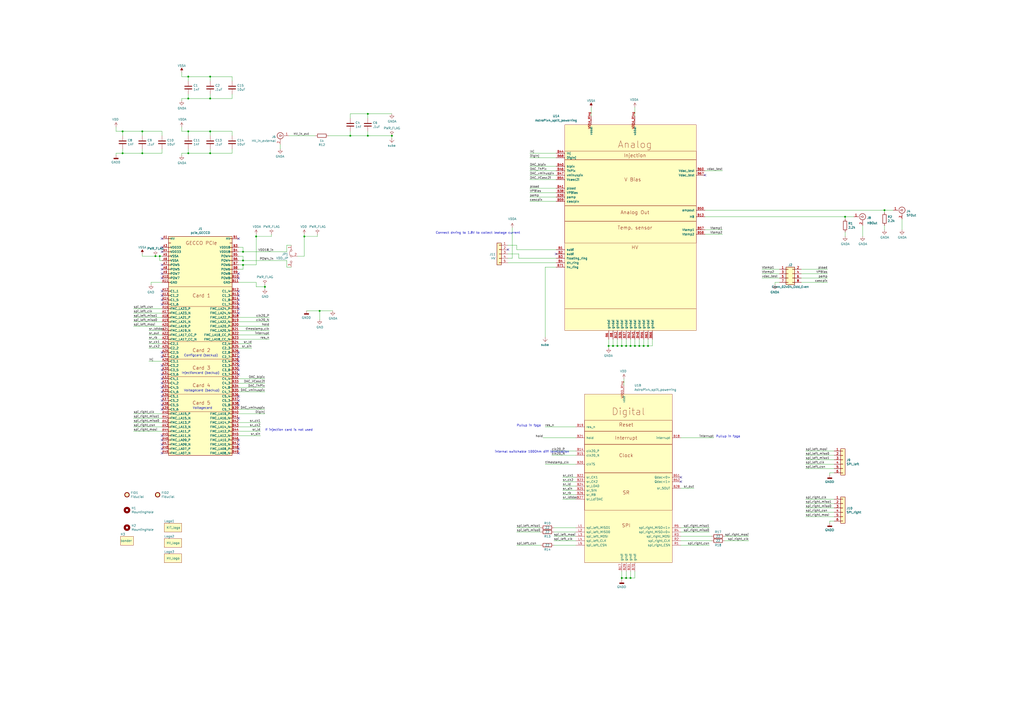
<source format=kicad_sch>
(kicad_sch (version 20230121) (generator eeschema)
  (paper "A2")
  (title_block (title "AstroPix4 Carrier") (date "2023-09-27") (rev "1.0") (company "Nicolas Striebig, KIT IPE"))
  (junction (at 71.12 88.9))
  (junction (at 360.68 335.28))
  (junction (at 203.2 78.74))
  (junction (at 140.97 153.67))
  (junction (at 109.22 76.2))
  (junction (at 82.55 88.9))
  (junction (at 368.3 200.66))
  (junction (at 373.38 200.66))
  (junction (at 176.53 137.16))
  (junction (at 90.17 148.59))
  (junction (at 121.92 76.2))
  (junction (at 121.92 44.45))
  (junction (at 227.33 78.74))
  (junction (at 375.92 200.66))
  (junction (at 213.36 66.04))
  (junction (at 490.22 125.73))
  (junction (at 82.55 76.2))
  (junction (at 363.22 200.66))
  (junction (at 109.22 44.45))
  (junction (at 148.59 137.16))
  (junction (at 213.36 78.74))
  (junction (at 92.71 148.59))
  (junction (at 140.97 146.05))
  (junction (at 109.22 88.9))
  (junction (at 365.76 200.66))
  (junction (at 153.67 166.37))
  (junction (at 109.22 57.15))
  (junction (at 71.12 76.2))
  (junction (at 355.6 200.66))
  (junction (at 121.92 88.9))
  (junction (at 363.22 335.28))
  (junction (at 360.68 200.66))
  (junction (at 513.08 121.92))
  (junction (at 353.06 200.66))
  (junction (at 140.97 151.13))
  (junction (at 121.92 57.15))
  (junction (at 185.42 180.34))
  (junction (at 358.14 200.66))
  (junction (at 370.84 200.66))
  (junction (at 365.76 335.28))
  (no_connect (at 93.98 234.95))
  (no_connect (at 93.98 204.47))
  (no_connect (at 93.98 224.79))
  (no_connect (at 138.43 260.35))
  (no_connect (at 138.43 181.61))
  (no_connect (at 138.43 209.55))
  (no_connect (at 93.98 262.89))
  (no_connect (at 93.98 237.49))
  (no_connect (at 138.43 255.27))
  (no_connect (at 138.43 138.43))
  (no_connect (at 93.98 260.35))
  (no_connect (at 93.98 158.75))
  (no_connect (at 93.98 168.91))
  (no_connect (at 93.98 232.41))
  (no_connect (at 322.58 147.32))
  (no_connect (at 138.43 242.57))
  (no_connect (at 93.98 143.51))
  (no_connect (at 93.98 214.63))
  (no_connect (at 93.98 217.17))
  (no_connect (at 93.98 176.53))
  (no_connect (at 138.43 168.91))
  (no_connect (at 138.43 212.09))
  (no_connect (at 93.98 156.21))
  (no_connect (at 93.98 161.29))
  (no_connect (at 138.43 229.87))
  (no_connect (at 394.97 276.86))
  (no_connect (at 394.97 279.4))
  (no_connect (at 138.43 158.75))
  (no_connect (at 93.98 252.73))
  (no_connect (at 93.98 212.09))
  (no_connect (at 138.43 176.53))
  (no_connect (at 93.98 207.01))
  (no_connect (at 138.43 262.89))
  (no_connect (at 93.98 173.99))
  (no_connect (at 138.43 173.99))
  (no_connect (at 138.43 207.01))
  (no_connect (at 93.98 153.67))
  (no_connect (at 138.43 232.41))
  (no_connect (at 93.98 229.87))
  (no_connect (at 138.43 257.81))
  (no_connect (at 138.43 234.95))
  (no_connect (at 93.98 255.27))
  (no_connect (at 408.94 101.6))
  (no_connect (at 138.43 171.45))
  (no_connect (at 93.98 257.81))
  (no_connect (at 138.43 161.29))
  (no_connect (at 138.43 217.17))
  (no_connect (at 93.98 227.33))
  (no_connect (at 93.98 171.45))
  (no_connect (at 138.43 214.63))
  (no_connect (at 93.98 222.25))
  (no_connect (at 93.98 219.71))
  (no_connect (at 138.43 179.07))
  (no_connect (at 294.64 144.78))
  (no_connect (at 138.43 204.47))
  (no_connect (at 93.98 146.05))
  (no_connect (at 93.98 138.43))
  (wire (pts (xy 334.01 279.4) (xy 326.39 279.4)))
  (wire (pts (xy 162.56 83.82) (xy 162.56 86.36)))
  (wire (pts (xy 213.36 68.58) (xy 213.36 66.04)))
  (wire (pts (xy 138.43 240.03) (xy 153.67 240.03)))
  (wire (pts (xy 500.38 130.81) (xy 500.38 137.16)))
  (wire (pts (xy 452.12 156.21) (xy 441.96 156.21)))
  (wire (pts (xy 82.55 88.9) (xy 93.98 88.9)))
  (wire (pts (xy 184.15 137.16) (xy 184.15 135.89)))
  (wire (pts (xy 467.36 269.24) (xy 483.87 269.24)))
  (wire (pts (xy 334.01 289.56) (xy 326.39 289.56)))
  (wire (pts (xy 467.36 294.64) (xy 483.87 294.64)))
  (wire (pts (xy 105.41 58.42) (xy 105.41 57.15)))
  (wire (pts (xy 109.22 88.9) (xy 121.92 88.9)))
  (wire (pts (xy 176.53 137.16) (xy 176.53 148.59)))
  (wire (pts (xy 300.99 147.32) (xy 300.99 149.86)))
  (wire (pts (xy 481.33 274.32) (xy 483.87 274.32)))
  (wire (pts (xy 203.2 78.74) (xy 213.36 78.74)))
  (wire (pts (xy 82.55 148.59) (xy 90.17 148.59)))
  (wire (pts (xy 121.92 76.2) (xy 134.62 76.2)))
  (wire (pts (xy 153.67 165.1) (xy 153.67 166.37)))
  (wire (pts (xy 138.43 156.21) (xy 140.97 156.21)))
  (wire (pts (xy 368.3 62.23) (xy 368.3 67.31)))
  (wire (pts (xy 105.41 90.17) (xy 105.41 88.9)))
  (wire (pts (xy 138.43 250.19) (xy 151.13 250.19)))
  (wire (pts (xy 363.22 331.47) (xy 363.22 335.28)))
  (wire (pts (xy 134.62 57.15) (xy 134.62 54.61)))
  (wire (pts (xy 213.36 66.04) (xy 227.33 66.04)))
  (wire (pts (xy 166.37 151.13) (xy 166.37 154.94)))
  (wire (pts (xy 370.84 200.66) (xy 368.3 200.66)))
  (wire (pts (xy 166.37 142.24) (xy 168.91 142.24)))
  (wire (pts (xy 370.84 196.85) (xy 370.84 200.66)))
  (wire (pts (xy 480.06 161.29) (xy 464.82 161.29)))
  (wire (pts (xy 138.43 227.33) (xy 153.67 227.33)))
  (wire (pts (xy 138.43 148.59) (xy 140.97 148.59)))
  (wire (pts (xy 307.34 109.22) (xy 322.58 109.22)))
  (wire (pts (xy 467.36 289.56) (xy 483.87 289.56)))
  (wire (pts (xy 513.08 121.92) (xy 518.16 121.92)))
  (wire (pts (xy 148.59 163.83) (xy 138.43 163.83)))
  (wire (pts (xy 77.47 179.07) (xy 93.98 179.07)))
  (wire (pts (xy 480.06 158.75) (xy 464.82 158.75)))
  (wire (pts (xy 71.12 86.36) (xy 71.12 88.9)))
  (wire (pts (xy 299.72 308.61) (xy 313.69 308.61)))
  (wire (pts (xy 148.59 137.16) (xy 157.48 137.16)))
  (wire (pts (xy 67.31 90.17) (xy 67.31 88.9)))
  (wire (pts (xy 121.92 44.45) (xy 134.62 44.45)))
  (wire (pts (xy 138.43 252.73) (xy 151.13 252.73)))
  (wire (pts (xy 121.92 88.9) (xy 134.62 88.9)))
  (wire (pts (xy 190.5 78.74) (xy 203.2 78.74)))
  (wire (pts (xy 121.92 44.45) (xy 121.92 46.99)))
  (wire (pts (xy 87.63 165.1) (xy 87.63 163.83)))
  (wire (pts (xy 109.22 44.45) (xy 109.22 46.99)))
  (wire (pts (xy 105.41 41.91) (xy 105.41 44.45)))
  (wire (pts (xy 86.36 191.77) (xy 93.98 191.77)))
  (wire (pts (xy 156.21 189.23) (xy 138.43 189.23)))
  (wire (pts (xy 77.47 184.15) (xy 93.98 184.15)))
  (wire (pts (xy 77.47 247.65) (xy 93.98 247.65)))
  (wire (pts (xy 334.01 284.48) (xy 326.39 284.48)))
  (wire (pts (xy 322.58 91.44) (xy 307.34 91.44)))
  (wire (pts (xy 140.97 146.05) (xy 166.37 146.05)))
  (wire (pts (xy 353.06 200.66) (xy 355.6 200.66)))
  (wire (pts (xy 394.97 254) (xy 414.02 254)))
  (wire (pts (xy 314.96 254) (xy 334.01 254)))
  (wire (pts (xy 420.37 311.15) (xy 434.34 311.15)))
  (wire (pts (xy 363.22 335.28) (xy 360.68 335.28)))
  (wire (pts (xy 353.06 196.85) (xy 353.06 200.66)))
  (wire (pts (xy 420.37 313.69) (xy 434.34 313.69)))
  (wire (pts (xy 334.01 287.02) (xy 326.39 287.02)))
  (wire (pts (xy 297.18 132.08) (xy 297.18 149.86)))
  (wire (pts (xy 394.97 306.07) (xy 411.48 306.07)))
  (wire (pts (xy 109.22 57.15) (xy 121.92 57.15)))
  (wire (pts (xy 67.31 88.9) (xy 71.12 88.9)))
  (wire (pts (xy 172.72 148.59) (xy 176.53 148.59)))
  (wire (pts (xy 490.22 125.73) (xy 495.3 125.73)))
  (wire (pts (xy 71.12 88.9) (xy 82.55 88.9)))
  (wire (pts (xy 138.43 224.79) (xy 153.67 224.79)))
  (wire (pts (xy 92.71 151.13) (xy 92.71 148.59)))
  (wire (pts (xy 166.37 154.94) (xy 168.91 154.94)))
  (wire (pts (xy 490.22 125.73) (xy 408.94 125.73)))
  (wire (pts (xy 523.24 127) (xy 523.24 133.35)))
  (wire (pts (xy 121.92 76.2) (xy 121.92 78.74)))
  (wire (pts (xy 93.98 196.85) (xy 86.36 196.85)))
  (wire (pts (xy 138.43 153.67) (xy 140.97 153.67)))
  (wire (pts (xy 176.53 137.16) (xy 184.15 137.16)))
  (wire (pts (xy 322.58 88.9) (xy 307.34 88.9)))
  (wire (pts (xy 307.34 99.06) (xy 322.58 99.06)))
  (wire (pts (xy 121.92 88.9) (xy 121.92 86.36)))
  (wire (pts (xy 363.22 335.28) (xy 365.76 335.28)))
  (wire (pts (xy 408.94 133.35) (xy 419.1 133.35)))
  (wire (pts (xy 342.9 62.23) (xy 342.9 67.31)))
  (wire (pts (xy 394.97 308.61) (xy 411.48 308.61)))
  (wire (pts (xy 92.71 148.59) (xy 93.98 148.59)))
  (wire (pts (xy 355.6 200.66) (xy 358.14 200.66)))
  (wire (pts (xy 153.67 219.71) (xy 138.43 219.71)))
  (wire (pts (xy 375.92 200.66) (xy 373.38 200.66)))
  (wire (pts (xy 148.59 137.16) (xy 148.59 153.67)))
  (wire (pts (xy 105.41 76.2) (xy 109.22 76.2)))
  (wire (pts (xy 67.31 73.66) (xy 67.31 76.2)))
  (wire (pts (xy 153.67 222.25) (xy 138.43 222.25)))
  (wire (pts (xy 87.63 163.83) (xy 93.98 163.83)))
  (wire (pts (xy 227.33 80.01) (xy 227.33 78.74)))
  (wire (pts (xy 490.22 134.62) (xy 490.22 137.16)))
  (wire (pts (xy 138.43 245.11) (xy 151.13 245.11)))
  (wire (pts (xy 93.98 201.93) (xy 86.36 201.93)))
  (wire (pts (xy 321.31 311.15) (xy 334.01 311.15)))
  (wire (pts (xy 321.31 308.61) (xy 334.01 308.61)))
  (wire (pts (xy 373.38 196.85) (xy 373.38 200.66)))
  (wire (pts (xy 156.21 191.77) (xy 138.43 191.77)))
  (wire (pts (xy 360.68 200.66) (xy 363.22 200.66)))
  (wire (pts (xy 320.04 261.62) (xy 334.01 261.62)))
  (wire (pts (xy 334.01 281.94) (xy 326.39 281.94)))
  (wire (pts (xy 480.06 156.21) (xy 464.82 156.21)))
  (wire (pts (xy 394.97 311.15) (xy 412.75 311.15)))
  (wire (pts (xy 77.47 242.57) (xy 93.98 242.57)))
  (wire (pts (xy 316.23 154.94) (xy 316.23 195.58)))
  (wire (pts (xy 334.01 276.86) (xy 326.39 276.86)))
  (wire (pts (xy 467.36 264.16) (xy 483.87 264.16)))
  (wire (pts (xy 67.31 76.2) (xy 71.12 76.2)))
  (wire (pts (xy 82.55 88.9) (xy 82.55 86.36)))
  (wire (pts (xy 109.22 44.45) (xy 121.92 44.45)))
  (wire (pts (xy 138.43 146.05) (xy 140.97 146.05)))
  (wire (pts (xy 294.64 152.4) (xy 322.58 152.4)))
  (wire (pts (xy 148.59 166.37) (xy 148.59 163.83)))
  (wire (pts (xy 140.97 148.59) (xy 140.97 151.13)))
  (wire (pts (xy 109.22 86.36) (xy 109.22 88.9)))
  (wire (pts (xy 378.46 200.66) (xy 375.92 200.66)))
  (wire (pts (xy 105.41 57.15) (xy 109.22 57.15)))
  (wire (pts (xy 316.23 247.65) (xy 334.01 247.65)))
  (wire (pts (xy 467.36 271.78) (xy 483.87 271.78)))
  (wire (pts (xy 134.62 88.9) (xy 134.62 86.36)))
  (wire (pts (xy 140.97 153.67) (xy 148.59 153.67)))
  (wire (pts (xy 307.34 104.14) (xy 322.58 104.14)))
  (wire (pts (xy 93.98 209.55) (xy 86.36 209.55)))
  (wire (pts (xy 368.3 196.85) (xy 368.3 200.66)))
  (wire (pts (xy 138.43 194.31) (xy 156.21 194.31)))
  (wire (pts (xy 109.22 76.2) (xy 109.22 78.74)))
  (wire (pts (xy 307.34 114.3) (xy 322.58 114.3)))
  (wire (pts (xy 408.94 99.06) (xy 419.1 99.06)))
  (wire (pts (xy 153.67 167.64) (xy 153.67 166.37)))
  (wire (pts (xy 134.62 76.2) (xy 134.62 78.74)))
  (wire (pts (xy 297.18 149.86) (xy 294.64 149.86)))
  (wire (pts (xy 467.36 261.62) (xy 483.87 261.62)))
  (wire (pts (xy 307.34 96.52) (xy 322.58 96.52)))
  (wire (pts (xy 203.2 68.58) (xy 203.2 66.04)))
  (wire (pts (xy 213.36 78.74) (xy 213.36 76.2)))
  (wire (pts (xy 140.97 151.13) (xy 166.37 151.13)))
  (wire (pts (xy 307.34 101.6) (xy 322.58 101.6)))
  (wire (pts (xy 363.22 200.66) (xy 363.22 196.85)))
  (wire (pts (xy 481.33 302.26) (xy 483.87 302.26)))
  (wire (pts (xy 360.68 331.47) (xy 360.68 335.28)))
  (wire (pts (xy 138.43 143.51) (xy 140.97 143.51)))
  (wire (pts (xy 368.3 331.47) (xy 368.3 335.28)))
  (wire (pts (xy 140.97 151.13) (xy 138.43 151.13)))
  (wire (pts (xy 452.12 158.75) (xy 441.96 158.75)))
  (wire (pts (xy 105.41 73.66) (xy 105.41 76.2)))
  (wire (pts (xy 321.31 306.07) (xy 334.01 306.07)))
  (wire (pts (xy 452.12 161.29) (xy 441.96 161.29)))
  (wire (pts (xy 157.48 137.16) (xy 157.48 135.89)))
  (wire (pts (xy 322.58 154.94) (xy 316.23 154.94)))
  (wire (pts (xy 467.36 266.7) (xy 483.87 266.7)))
  (wire (pts (xy 373.38 200.66) (xy 370.84 200.66)))
  (wire (pts (xy 138.43 184.15) (xy 156.21 184.15)))
  (wire (pts (xy 449.58 163.83) (xy 452.12 163.83)))
  (wire (pts (xy 105.41 88.9) (xy 109.22 88.9)))
  (wire (pts (xy 513.08 130.81) (xy 513.08 133.35)))
  (wire (pts (xy 365.76 200.66) (xy 363.22 200.66)))
  (wire (pts (xy 166.37 146.05) (xy 166.37 142.24)))
  (wire (pts (xy 203.2 78.74) (xy 203.2 76.2)))
  (wire (pts (xy 316.23 269.24) (xy 334.01 269.24)))
  (wire (pts (xy 360.68 196.85) (xy 360.68 200.66)))
  (wire (pts (xy 467.36 297.18) (xy 483.87 297.18)))
  (wire (pts (xy 185.42 180.34) (xy 185.42 185.42)))
  (wire (pts (xy 185.42 180.34) (xy 193.04 180.34)))
  (wire (pts (xy 138.43 201.93) (xy 146.05 201.93)))
  (wire (pts (xy 294.64 147.32) (xy 300.99 147.32)))
  (wire (pts (xy 93.98 151.13) (xy 92.71 151.13)))
  (wire (pts (xy 71.12 76.2) (xy 71.12 78.74)))
  (wire (pts (xy 213.36 78.74) (xy 227.33 78.74)))
  (wire (pts (xy 361.95 219.71) (xy 361.95 223.52)))
  (wire (pts (xy 82.55 76.2) (xy 93.98 76.2)))
  (wire (pts (xy 299.72 306.07) (xy 313.69 306.07)))
  (wire (pts (xy 467.36 299.72) (xy 483.87 299.72)))
  (wire (pts (xy 93.98 88.9) (xy 93.98 86.36)))
  (wire (pts (xy 109.22 54.61) (xy 109.22 57.15)))
  (wire (pts (xy 77.47 186.69) (xy 93.98 186.69)))
  (wire (pts (xy 307.34 111.76) (xy 322.58 111.76)))
  (wire (pts (xy 480.06 163.83) (xy 464.82 163.83)))
  (wire (pts (xy 394.97 313.69) (xy 412.75 313.69)))
  (wire (pts (xy 294.64 142.24) (xy 299.72 142.24)))
  (wire (pts (xy 300.99 149.86) (xy 322.58 149.86)))
  (wire (pts (xy 299.72 142.24) (xy 299.72 144.78)))
  (wire (pts (xy 467.36 292.1) (xy 483.87 292.1)))
  (wire (pts (xy 321.31 313.69) (xy 334.01 313.69)))
  (wire (pts (xy 177.8 180.34) (xy 185.42 180.34)))
  (wire (pts (xy 82.55 76.2) (xy 82.55 78.74)))
  (wire (pts (xy 368.3 200.66) (xy 365.76 200.66)))
  (wire (pts (xy 299.72 144.78) (xy 322.58 144.78)))
  (wire (pts (xy 77.47 240.03) (xy 93.98 240.03)))
  (wire (pts (xy 71.12 76.2) (xy 82.55 76.2)))
  (wire (pts (xy 77.47 189.23) (xy 93.98 189.23)))
  (wire (pts (xy 138.43 199.39) (xy 146.05 199.39)))
  (wire (pts (xy 167.64 78.74) (xy 182.88 78.74)))
  (wire (pts (xy 365.76 196.85) (xy 365.76 200.66)))
  (wire (pts (xy 138.43 247.65) (xy 151.13 247.65)))
  (wire (pts (xy 360.68 336.55) (xy 360.68 335.28)))
  (wire (pts (xy 353.06 201.93) (xy 353.06 200.66)))
  (wire (pts (xy 121.92 57.15) (xy 121.92 54.61)))
  (wire (pts (xy 176.53 135.89) (xy 176.53 137.16)))
  (wire (pts (xy 93.98 76.2) (xy 93.98 78.74)))
  (wire (pts (xy 77.47 245.11) (xy 93.98 245.11)))
  (wire (pts (xy 513.08 121.92) (xy 513.08 123.19)))
  (wire (pts (xy 355.6 196.85) (xy 355.6 200.66)))
  (wire (pts (xy 449.58 165.1) (xy 449.58 163.83)))
  (wire (pts (xy 77.47 181.61) (xy 93.98 181.61)))
  (wire (pts (xy 93.98 199.39) (xy 86.36 199.39)))
  (wire (pts (xy 148.59 135.89) (xy 148.59 137.16)))
  (wire (pts (xy 321.31 316.23) (xy 334.01 316.23)))
  (wire (pts (xy 156.21 186.69) (xy 138.43 186.69)))
  (wire (pts (xy 358.14 196.85) (xy 358.14 200.66)))
  (wire (pts (xy 307.34 116.84) (xy 322.58 116.84)))
  (wire (pts (xy 203.2 66.04) (xy 213.36 66.04)))
  (wire (pts (xy 320.04 264.16) (xy 334.01 264.16)))
  (wire (pts (xy 408.94 135.89) (xy 419.1 135.89)))
  (wire (pts (xy 481.33 275.59) (xy 481.33 274.32)))
  (wire (pts (xy 368.3 335.28) (xy 365.76 335.28)))
  (wire (pts (xy 394.97 316.23) (xy 411.48 316.23)))
  (wire (pts (xy 394.97 283.21) (xy 402.59 283.21)))
  (wire (pts (xy 105.41 44.45) (xy 109.22 44.45)))
  (wire (pts (xy 375.92 196.85) (xy 375.92 200.66)))
  (wire (pts (xy 481.33 303.53) (xy 481.33 302.26)))
  (wire (pts (xy 365.76 331.47) (xy 365.76 335.28)))
  (wire (pts (xy 121.92 57.15) (xy 134.62 57.15)))
  (wire (pts (xy 148.59 166.37) (xy 153.67 166.37)))
  (wire (pts (xy 138.43 196.85) (xy 156.21 196.85)))
  (wire (pts (xy 490.22 125.73) (xy 490.22 127)))
  (wire (pts (xy 378.46 196.85) (xy 378.46 200.66)))
  (wire (pts (xy 82.55 147.32) (xy 82.55 148.59)))
  (wire (pts (xy 153.67 237.49) (xy 138.43 237.49)))
  (wire (pts (xy 408.94 121.92) (xy 513.08 121.92)))
  (wire (pts (xy 140.97 156.21) (xy 140.97 153.67)))
  (wire (pts (xy 77.47 250.19) (xy 93.98 250.19)))
  (wire (pts (xy 358.14 200.66) (xy 360.68 200.66)))
  (wire (pts (xy 140.97 143.51) (xy 140.97 146.05)))
  (wire (pts (xy 109.22 76.2) (xy 121.92 76.2)))
  (wire (pts (xy 93.98 194.31) (xy 86.36 194.31)))
  (wire (pts (xy 299.72 316.23) (xy 313.69 316.23)))
  (wire (pts (xy 134.62 44.45) (xy 134.62 46.99)))
  (wire (pts (xy 90.17 148.59) (xy 92.71 148.59)))
  (text "If injection card is not used" (at 153.67 250.19 0) (effects (font (size 1.27 1.27)) (justify left bottom)))
  (text "Configcard (backup)" (at 106.68 207.01 0) (effects (font (size 1.27 1.27)) (justify left bottom)))
  (text "Pullup in fpga" (at 415.29 254 0) (effects (font (size 1.27 1.27)) (justify left bottom)))
  (text "internal switchable 100Ohm diff termination" (at 287.02 262.89 0) (effects (font (size 1.27 1.27)) (justify left bottom)))
  (text "Voltagecard (backup)" (at 106.68 227.33 0) (effects (font (size 1.27 1.27)) (justify left bottom)))
  (text "Injectioncard (backup)" (at 105.41 217.17 0) (effects (font (size 1.27 1.27)) (justify left bottom)))
  (text "Pullup in fpga" (at 299.72 247.65 0) (effects (font (size 1.27 1.27)) (justify left bottom)))
  (text "Connect dnring to 1.8V to collect leakage current\n" (at 252.73 135.89 0) (effects (font (size 1.27 1.27)) (justify left bottom)))
  (text "Voltagecard" (at 111.76 237.49 0) (effects (font (size 1.27 1.27)) (justify left bottom)))
  (label "sr_rb" (at 86.36 196.85 0))
  (label "spi_left_clk" (at 321.31 313.69 0))
  (label "VPBias" (at 480.06 158.75 180))
  (label "spi_right_miso1" (at 467.36 292.1 0))
  (label "res_n" (at 316.23 247.65 0))
  (label "spi_left_csn" (at 299.72 316.23 0))
  (label "spi_right_miso0" (at 411.48 308.61 180))
  (label "spi_left_miso1" (at 299.72 306.07 0))
  (label "spi_right_miso1" (at 77.47 242.57 0))
  (label "DAC_blpix" (at 153.67 219.71 180))
  (label "spi_right_clk" (at 434.34 313.69 180))
  (label "spi_right_csn" (at 411.48 316.23 180))
  (label "spi_left_miso0" (at 467.36 264.16 0))
  (label "Inj" (at 307.34 88.9 0))
  (label "vdac_test" (at 419.1 99.06 180))
  (label "sr_ldtdac" (at 326.39 289.56 0))
  (label "sr_sin" (at 146.05 201.93 180))
  (label "DigInj" (at 153.67 240.03 180))
  (label "spi_left_miso0" (at 77.47 186.69 0))
  (label "clk20_P" (at 156.21 184.15 180))
  (label "sr_ck2" (at 151.13 247.65 180))
  (label "Vtemp2" (at 441.96 158.75 0))
  (label "DAC_VCasc2!" (at 307.34 104.14 0))
  (label "sr_rb" (at 326.39 287.02 0))
  (label "sr_out" (at 402.59 283.21 180))
  (label "spi_right_clk" (at 467.36 289.56 0))
  (label "sr_ck1" (at 326.39 276.86 0))
  (label "spi_right_miso1" (at 411.48 306.07 180))
  (label "spi_right_mosi" (at 434.34 311.15 180))
  (label "vdac_test" (at 441.96 161.29 0))
  (label "spi_right_mosi" (at 467.36 299.72 0))
  (label "sr_out" (at 86.36 194.31 0))
  (label "sr_sin" (at 151.13 252.73 180))
  (label "cascpix" (at 480.06 163.83 180))
  (label "DAC_ThPix" (at 153.67 224.79 180))
  (label "DAC_VCasc2!" (at 153.67 222.25 180))
  (label "sr_sin" (at 326.39 284.48 0))
  (label "pload" (at 480.06 156.21 180))
  (label "cascpix" (at 307.34 116.84 0))
  (label "hold" (at 314.96 254 180))
  (label "spi_left_miso1" (at 467.36 266.7 0))
  (label "spi_right_mosi" (at 77.47 250.19 0))
  (label "spi_left_miso0" (at 299.72 308.61 0))
  (label "clk20_P" (at 320.04 261.62 0))
  (label "interrupt" (at 156.21 194.31 180))
  (label "interrupt" (at 414.02 254 180))
  (label "timestamp_clk" (at 156.21 191.77 180))
  (label "HV_in_ext" (at 170.18 78.74 0))
  (label "clk20_N" (at 156.21 186.69 180))
  (label "res_n" (at 156.21 196.85 180))
  (label "spi_left_csn" (at 467.36 271.78 0))
  (label "pamp" (at 307.34 114.3 0))
  (label "sr_ck1" (at 151.13 245.11 180))
  (label "Inj" (at 86.36 209.55 0))
  (label "Vtemp1" (at 441.96 156.21 0))
  (label "clk20_N" (at 320.04 264.16 0))
  (label "Vtemp1" (at 419.1 133.35 180))
  (label "sr_ld" (at 146.05 199.39 180))
  (label "spi_left_clk" (at 467.36 269.24 0))
  (label "spi_left_mosi" (at 467.36 261.62 0))
  (label "spi_left_csn" (at 77.47 179.07 0))
  (label "sr_ck1" (at 86.36 199.39 0))
  (label "spi_right_miso0" (at 77.47 245.11 0))
  (label "sr_ldtdac" (at 86.36 191.77 0))
  (label "sr_ck2" (at 326.39 279.4 0))
  (label "pamp" (at 480.06 161.29 180))
  (label "spi_left_mosi" (at 77.47 189.23 0))
  (label "DAC_vminuspix" (at 153.67 237.49 180))
  (label "Vtemp2" (at 419.1 135.89 180))
  (label "DigInj" (at 307.34 91.44 0))
  (label "spi_right_clk" (at 77.47 240.03 0))
  (label "spi_left_miso1" (at 77.47 184.15 0))
  (label "VDD18_in" (at 158.75 146.05 180))
  (label "spi_right_csn" (at 77.47 247.65 0))
  (label "DAC_vminuspix" (at 153.67 227.33 180))
  (label "hold" (at 156.21 189.23 180))
  (label "DAC_blpix" (at 307.34 96.52 0))
  (label "spi_right_csn" (at 467.36 297.18 0))
  (label "VPBias" (at 307.34 111.76 0))
  (label "sr_ld" (at 151.13 250.19 180))
  (label "spi_left_mosi" (at 321.31 311.15 0))
  (label "sr_ck2" (at 86.36 201.93 0))
  (label "timestamp_clk" (at 316.23 269.24 0))
  (label "pload" (at 307.34 109.22 0))
  (label "DAC_vminuspix" (at 307.34 101.6 0))
  (label "POW4_in" (at 158.75 151.13 180))
  (label "sr_ld" (at 326.39 281.94 0))
  (label "spi_right_miso0" (at 467.36 294.64 0))
  (label "spi_left_clk" (at 77.47 181.61 0))
  (label "DAC_ThPix" (at 307.34 99.06 0))
  (symbol (lib_id "Device:C") (at 71.12 82.55 0) (unit 1)
    (property "Reference" "C8" (at 74.041 81.3816 0) (effects (justify left)))
    (property "Value" "1nF" (at 74.041 83.693 0) (effects (justify left)))
    (property "Footprint" "Capacitor_SMD:C_0603_1608Metric" (effects hide))
  )
  (symbol (lib_id "Device:C") (at 82.55 82.55 0) (unit 1)
    (property "Reference" "C9" (at 85.471 81.3816 0) (effects (justify left)))
    (property "Value" ".1uF" (at 85.471 83.693 0) (effects (justify left)))
    (property "Footprint" "Capacitor_SMD:C_0603_1608Metric" (effects hide))
  )
  (symbol (lib_id "Device:C") (at 93.98 82.55 0) (unit 1)
    (property "Reference" "C10" (at 96.901 81.3816 0) (effects (justify left)))
    (property "Value" "10uF" (at 96.901 83.693 0) (effects (justify left)))
    (property "Footprint" "Capacitor_SMD:C_0603_1608Metric" (effects hide))
  )
  (symbol (lib_id "power:GNDD") (at 67.31 90.17 0) (mirror y) (unit 1)
    (property "Reference" "#PWR0131" (effects hide))
    (property "Value" "GNDD" (at 67.2084 94.107 0))
  )
  (symbol (lib_id "power:VDD") (at 67.31 73.66 0) (mirror y) (unit 1)
    (property "Reference" "#PWR0132" (effects hide))
    (property "Value" "VDD" (at 66.929 69.2658 0))
  )
  (symbol (lib_id "power:VDD") (at 361.95 219.71 0) (mirror y) (unit 1)
    (property "Reference" "#PWR0101" (effects hide))
    (property "Value" "VDD" (at 361.569 215.3158 0))
  )
  (symbol (lib_id "power:VDDA") (at 368.3 62.23 0) (mirror y) (unit 1)
    (property "Reference" "#PWR0102" (effects hide))
    (property "Value" "VDDA" (at 367.919 57.8358 0))
  )
  (symbol (lib_id "power:GNDA") (at 353.06 201.93 0) (mirror y) (unit 1)
    (property "Reference" "#PWR0103" (effects hide))
    (property "Value" "GNDA" (at 352.933 206.3242 0))
  )
  (symbol (lib_id "astropix:suba") (at 316.23 195.58 0) (mirror y) (unit 1)
    (property "Reference" "#PWR0104" (effects hide))
    (property "Value" "suba" (at 316.103 199.9742 0))
  )
  (symbol (lib_id "power:VDDA") (at 105.41 73.66 0) (unit 1)
    (property "Reference" "#PWR0106" (effects hide))
    (property "Value" "VDDA" (at 105.791 69.2658 0))
  )
  (symbol (lib_id "power:GNDA") (at 105.41 90.17 0) (unit 1)
    (property "Reference" "#PWR0108" (effects hide))
    (property "Value" "GNDA" (at 105.537 94.5642 0))
  )
  (symbol (lib_id "power:GNDD") (at 360.68 336.55 0) (mirror y) (unit 1)
    (property "Reference" "#PWR0109" (effects hide))
    (property "Value" "GNDD" (at 360.5784 340.487 0))
  )
  (symbol (lib_id "Device:R") (at 186.69 78.74 90) (unit 1)
    (property "Reference" "R12" (at 186.69 83.9978 90))
    (property "Value" "1k" (at 186.69 81.6864 90))
    (property "Footprint" "Resistor_SMD:R_0603_1608Metric" (effects hide))
  )
  (symbol (lib_id "Connector_Generic:Conn_01x06") (at 488.95 266.7 0) (unit 1)
    (property "Reference" "J9" (at 490.982 266.9032 0) (effects (justify left)))
    (property "Value" "SPI_left" (at 490.982 269.2146 0) (effects (justify left)))
    (property "Footprint" "Connector_PinHeader_2.54mm:PinHeader_1x06_P2.54mm_Vertical" (effects hide))
  )
  (symbol (lib_id "power:GNDD") (at 481.33 275.59 0) (mirror y) (unit 1)
    (property "Reference" "#PWR0141" (effects hide))
    (property "Value" "GNDD" (at 481.2284 279.527 0))
  )
  (symbol (lib_id "Connector_Generic:Conn_01x06") (at 488.95 294.64 0) (unit 1)
    (property "Reference" "J10" (at 490.982 294.8432 0) (effects (justify left)))
    (property "Value" "SPI_right" (at 490.982 297.1546 0) (effects (justify left)))
    (property "Footprint" "Connector_PinHeader_2.54mm:PinHeader_1x06_P2.54mm_Vertical" (effects hide))
  )
  (symbol (lib_id "power:GNDD") (at 481.33 303.53 0) (mirror y) (unit 1)
    (property "Reference" "#PWR0144" (effects hide))
    (property "Value" "GNDD" (at 481.2284 307.467 0))
  )
  (symbol (lib_id "power:GND") (at 153.67 167.64 0) (unit 1)
    (property "Reference" "#PWR0114" (effects hide))
    (property "Value" "GND" (at 153.797 172.0342 0))
  )
  (symbol (lib_id "power:GND") (at 87.63 165.1 0) (mirror y) (unit 1)
    (property "Reference" "#PWR0115" (effects hide))
    (property "Value" "GND" (at 87.503 169.4942 0))
  )
  (symbol (lib_id "power:VDDA") (at 148.59 135.89 0) (unit 1)
    (property "Reference" "#PWR0116" (effects hide))
    (property "Value" "VDDA" (at 148.971 131.4958 0))
  )
  (symbol (lib_id "astropix:suba") (at 227.33 80.01 0) (mirror y) (unit 1)
    (property "Reference" "#PWR0120" (effects hide))
    (property "Value" "suba" (at 227.203 84.4042 0))
  )
  (symbol (lib_id "Device:C") (at 203.2 72.39 0) (unit 1)
    (property "Reference" "C4" (at 206.121 71.2216 0) (effects (justify left)))
    (property "Value" "1nF" (at 206.121 73.533 0) (effects (justify left)))
    (property "Footprint" "Capacitor_SMD:C_1210_3225Metric" (effects hide))
    (property "Voltage" "250V" (effects hide))
  )
  (symbol (lib_id "Device:C") (at 213.36 72.39 0) (unit 1)
    (property "Reference" "C6" (at 216.281 71.2216 0) (effects (justify left)))
    (property "Value" ".1uF" (at 216.281 73.533 0) (effects (justify left)))
    (property "Footprint" "Capacitor_SMD:C_1210_3225Metric" (effects hide))
    (property "Voltage" "250V" (effects hide))
  )
  (symbol (lib_id "Connector:Conn_Coaxial") (at 162.56 78.74 0) (mirror y) (unit 1)
    (property "Reference" "J6" (at 160.02 79.375 0) (effects (justify left)))
    (property "Value" "HV_in_external" (at 160.02 81.6864 0) (effects (justify left)))
    (property "Footprint" "Connector_Coaxial:SMA_Molex_73251-2200_Horizontal" (effects hide))
    (property "Datasheet" " ~" (effects hide))
  )
  (symbol (lib_id "power:GNDA") (at 162.56 86.36 0) (mirror y) (unit 1)
    (property "Reference" "#PWR0145" (effects hide))
    (property "Value" "GNDA" (at 162.433 90.7542 0))
  )
  (symbol (lib_id "power:GNDA") (at 227.33 66.04 0) (unit 1)
    (property "Reference" "#PWR0122" (effects hide))
    (property "Value" "GNDA" (at 227.457 70.4342 0))
  )
  (symbol (lib_id "Mechanical:MountingHole") (at 73.66 295.91 0) (unit 1)
    (property "Reference" "H1" (at 76.2 294.7416 0) (effects (justify left)))
    (property "Value" "MountingHole" (at 76.2 297.053 0) (effects (justify left)))
    (property "Footprint" "MountingHole:MountingHole_3.2mm_M3" (effects hide))
  )
  (symbol (lib_id "Device:R") (at 317.5 306.07 270) (unit 1)
    (property "Reference" "R10" (at 317.5 303.53 90))
    (property "Value" "22" (at 317.5 306.07 90))
    (property "Footprint" "Resistor_SMD:R_0402_1005Metric" (effects hide))
  )
  (symbol (lib_id "Mechanical:MountingHole") (at 73.66 306.07 0) (unit 1)
    (property "Reference" "H2" (at 76.2 304.9016 0) (effects (justify left)))
    (property "Value" "MountingHole" (at 76.2 307.213 0) (effects (justify left)))
    (property "Footprint" "MountingHole:MountingHole_3.2mm_M3" (effects hide))
  )
  (symbol (lib_id "Device:R") (at 317.5 308.61 270) (unit 1)
    (property "Reference" "R13" (at 317.5 311.15 90))
    (property "Value" "22" (at 317.5 308.61 90))
    (property "Footprint" "Resistor_SMD:R_0402_1005Metric" (effects hide))
  )
  (symbol (lib_id "power:PWR_FLAG") (at 227.33 78.74 0) (unit 1)
    (property "Reference" "#FLG0106" (effects hide))
    (property "Value" "PWR_FLAG" (at 227.33 74.3458 0))
  )
  (symbol (lib_id "astropix:bonder") (at 73.66 313.69 0) (unit 1)
    (property "Reference" "H3" (at 69.85 309.88 0) (effects (justify left)))
    (property "Value" "bonder" (at 69.85 313.69 0) (effects (justify left)))
    (property "Footprint" "astropix:bonder" (effects hide))
  )
  (symbol (lib_id "Device:C") (at 109.22 82.55 0) (unit 1)
    (property "Reference" "C11" (at 112.141 81.3816 0) (effects (justify left)))
    (property "Value" "1nF" (at 112.141 83.693 0) (effects (justify left)))
    (property "Footprint" "Capacitor_SMD:C_0603_1608Metric" (effects hide))
  )
  (symbol (lib_id "Device:C") (at 121.92 82.55 0) (unit 1)
    (property "Reference" "C13" (at 124.841 81.3816 0) (effects (justify left)))
    (property "Value" ".1uF" (at 124.841 83.693 0) (effects (justify left)))
    (property "Footprint" "Capacitor_SMD:C_0603_1608Metric" (effects hide))
  )
  (symbol (lib_id "Device:C") (at 134.62 82.55 0) (unit 1)
    (property "Reference" "C14" (at 137.541 81.3816 0) (effects (justify left)))
    (property "Value" "10uF" (at 137.541 83.693 0) (effects (justify left)))
    (property "Footprint" "Capacitor_SMD:C_0603_1608Metric" (effects hide))
  )
  (symbol (lib_id "power:VDD") (at 176.53 135.89 0) (mirror y) (unit 1)
    (property "Reference" "#PWR0125" (effects hide))
    (property "Value" "VDD" (at 176.149 131.4958 0))
  )
  (symbol (lib_id "Device:R") (at 317.5 316.23 270) (unit 1)
    (property "Reference" "R14" (at 317.5 318.77 90))
    (property "Value" "22" (at 317.5 316.23 90))
    (property "Footprint" "Resistor_SMD:R_0402_1005Metric" (effects hide))
  )
  (symbol (lib_id "astropix:HV_logo") (at 100.33 314.96 0) (unit 1)
    (property "Reference" "Logo2" (at 95.25 311.15 0) (effects (justify left)))
    (property "Value" "HV_logo" (at 96.52 314.96 0) (effects (justify left)))
    (property "Footprint" "astropix:hv" (effects hide))
  )
  (symbol (lib_id "Device:R") (at 416.56 311.15 270) (unit 1)
    (property "Reference" "R17" (at 416.56 308.61 90))
    (property "Value" "22" (at 416.56 311.15 90))
    (property "Footprint" "Resistor_SMD:R_0402_1005Metric" (effects hide))
  )
  (symbol (lib_id "Device:R") (at 416.56 313.69 270) (unit 1)
    (property "Reference" "R18" (at 416.56 316.23 90))
    (property "Value" "22" (at 416.56 313.69 90))
    (property "Footprint" "Resistor_SMD:R_0402_1005Metric" (effects hide))
  )
  (symbol (lib_id "Jumper:Jumper_3_Bridged12") (at 168.91 148.59 90) (mirror x) (unit 1)
    (property "Reference" "JP1" (at 167.2082 147.4216 90) (effects (justify left)))
    (property "Value" "VDD_JP" (at 167.2082 149.733 90) (effects (justify left)))
    (property "Footprint" "Connector_PinHeader_2.54mm:PinHeader_1x03_P2.54mm_Vertical" (effects hide))
  )
  (symbol (lib_id "Mechanical:Fiducial") (at 73.66 287.02 0) (unit 1)
    (property "Reference" "FID1" (at 75.819 285.8516 0) (effects (justify left)))
    (property "Value" "Fiducial" (at 75.819 288.163 0) (effects (justify left)))
    (property "Footprint" "Fiducial:Fiducial_1mm_Mask2mm" (effects hide))
  )
  (symbol (lib_id "Mechanical:Fiducial") (at 91.44 287.02 0) (unit 1)
    (property "Reference" "FID2" (at 93.599 285.8516 0) (effects (justify left)))
    (property "Value" "Fiducial" (at 93.599 288.163 0) (effects (justify left)))
    (property "Footprint" "Fiducial:Fiducial_1mm_Mask2mm" (effects hide))
  )
  (symbol (lib_id "astropix:pcie_GECCO") (at 116.84 195.58 0) (unit 1)
    (property "Reference" "J1" (at 116.205 132.715 0))
    (property "Value" "pcie_GECCO" (at 116.205 135.0264 0))
    (property "Footprint" "astropix:pcie_astropix" (effects hide))
  )
  (symbol (lib_id "power:PWR_FLAG") (at 157.48 135.89 0) (unit 1)
    (property "Reference" "#FLG0101" (effects hide))
    (property "Value" "PWR_FLAG" (at 157.48 131.4958 0))
  )
  (symbol (lib_id "power:PWR_FLAG") (at 153.67 165.1 0) (unit 1)
    (property "Reference" "#FLG0103" (effects hide))
    (property "Value" "PWR_FLAG" (at 153.67 160.7058 0))
  )
  (symbol (lib_id "power:PWR_FLAG") (at 184.15 135.89 0) (unit 1)
    (property "Reference" "#FLG0104" (effects hide))
    (property "Value" "PWR_FLAG" (at 184.15 131.4958 0))
  )
  (symbol (lib_id "astropix:KIT_logo") (at 100.33 306.07 0) (unit 1)
    (property "Reference" "Logo1" (at 95.25 302.26 0) (effects (justify left)))
    (property "Value" "KIT_logo" (at 96.52 306.07 0) (effects (justify left)))
    (property "Footprint" "astropix:logo" (effects hide))
  )
  (symbol (lib_id "power:GND") (at 185.42 185.42 0) (unit 1)
    (property "Reference" "#PWR05" (effects hide))
    (property "Value" "GND" (at 185.547 189.8142 0))
  )
  (symbol (lib_id "Device:C") (at 109.22 50.8 0) (unit 1)
    (property "Reference" "C1" (at 112.141 49.6316 0) (effects (justify left)))
    (property "Value" "1nF" (at 112.141 51.943 0) (effects (justify left)))
    (property "Footprint" "Capacitor_SMD:C_0603_1608Metric" (effects hide))
  )
  (symbol (lib_id "Connector_Generic:Conn_02x04_Odd_Even") (at 457.2 158.75 0) (unit 1)
    (property "Reference" "J2" (at 458.47 153.67 0))
    (property "Value" "Conn_02x04_Odd_Even" (at 458.47 166.37 0))
    (property "Footprint" "Connector_PinHeader_2.54mm:PinHeader_2x04_P2.54mm_Vertical" (effects hide))
  )
  (symbol (lib_id "Device:R") (at 513.08 127 0) (unit 1)
    (property "Reference" "R2" (at 514.858 125.8316 0) (effects (justify left)))
    (property "Value" "2.2k" (at 514.858 128.143 0) (effects (justify left)))
    (property "Footprint" "Resistor_SMD:R_0603_1608Metric" (effects hide))
  )
  (symbol (lib_id "power:VSSA") (at 342.9 62.23 0) (unit 1)
    (property "Reference" "#PWR0107" (effects hide))
    (property "Value" "VSSA" (at 342.9 58.42 0))
  )
  (symbol (lib_id "power:GNDA") (at 523.24 133.35 0) (unit 1)
    (property "Reference" "#PWR0127" (effects hide))
    (property "Value" "GNDA" (at 523.367 137.7442 0))
  )
  (symbol (lib_name "AstroPix4_split_powerring_1") (lib_id "astropix:AstroPix4_split_powerring") (at 353.06 109.22 0) (unit 1)
    (property "Reference" "U1" (at 322.58 67.31 0))
    (property "Value" "AstroPix4_split_powerring" (at 322.58 69.85 0))
    (property "Footprint" "astropix:AstroPix4" (effects hide))
  )
  (symbol (lib_id "power:GNDA") (at 105.41 58.42 0) (unit 1)
    (property "Reference" "#PWR0134" (effects hide))
    (property "Value" "GNDA" (at 105.537 62.8142 0))
  )
  (symbol (lib_id "power:GNDA") (at 513.08 133.35 0) (unit 1)
    (property "Reference" "#PWR0126" (effects hide))
    (property "Value" "GNDA" (at 513.207 137.7442 0))
  )
  (symbol (lib_id "power:PWR_FLAG") (at 90.17 148.59 0) (unit 1)
    (property "Reference" "#FLG0105" (effects hide))
    (property "Value" "PWR_FLAG" (at 90.17 144.1958 0))
  )
  (symbol (lib_id "Connector:Conn_Coaxial") (at 500.38 125.73 0) (unit 1)
    (property "Reference" "J8" (at 502.92 126.365 0) (effects (justify left)))
    (property "Value" "HBOut" (at 502.92 128.6764 0) (effects (justify left top)))
    (property "Footprint" "Connector_Coaxial:SMA_Molex_73251-2200_Horizontal" (effects hide))
    (property "Datasheet" " ~" (effects hide))
  )
  (symbol (lib_id "astropix:AstroPix4_split_powerring") (at 364.49 260.35 0) (unit 2)
    (property "Reference" "U1" (at 367.9541 223.52 0) (effects (justify left)))
    (property "Value" "AstroPix4_split_powerring" (at 367.9541 226.06 0) (effects (justify left)))
    (property "Footprint" "astropix:AstroPix4" (effects hide))
  )
  (symbol (lib_id "Device:R") (at 490.22 130.81 0) (unit 1)
    (property "Reference" "R1" (at 491.998 129.6416 0) (effects (justify left)))
    (property "Value" "2.2k" (at 491.998 131.953 0) (effects (justify left)))
    (property "Footprint" "Resistor_SMD:R_0603_1608Metric" (effects hide))
  )
  (symbol (lib_id "power:GNDD") (at 177.8 180.34 0) (mirror y) (unit 1)
    (property "Reference" "#PWR06" (effects hide))
    (property "Value" "GNDD" (at 177.6984 184.277 0))
  )
  (symbol (lib_id "Connector_Generic:Conn_01x05") (at 289.56 147.32 0) (mirror y) (unit 1)
    (property "Reference" "J11" (at 287.528 147.5232 0) (effects (justify left)))
    (property "Value" "HV" (at 287.528 149.8346 0) (effects (justify left)))
    (property "Footprint" "Connector_PinHeader_2.54mm:PinHeader_1x05_P2.54mm_Vertical" (effects hide))
  )
  (symbol (lib_id "astropix:HV_logo") (at 100.33 323.85 0) (unit 1)
    (property "Reference" "Logo3" (at 95.25 320.04 0) (effects (justify left)))
    (property "Value" "HV_logo" (at 96.52 323.85 0) (effects (justify left)))
    (property "Footprint" "astropix:hv" (effects hide))
  )
  (symbol (lib_id "Device:C") (at 121.92 50.8 0) (unit 1)
    (property "Reference" "C2" (at 124.841 49.6316 0) (effects (justify left)))
    (property "Value" ".1uF" (at 124.841 51.943 0) (effects (justify left)))
    (property "Footprint" "Capacitor_SMD:C_0603_1608Metric" (effects hide))
  )
  (symbol (lib_id "power:GNDA") (at 449.58 165.1 0) (mirror y) (unit 1)
    (property "Reference" "#PWR08" (effects hide))
    (property "Value" "GNDA" (at 449.453 169.4942 0))
  )
  (symbol (lib_id "power:VDDA") (at 297.18 132.08 0) (mirror y) (unit 1)
    (property "Reference" "#PWR04" (effects hide))
    (property "Value" "VDDA" (at 297.18 127 0))
  )
  (symbol (lib_id "Connector:Conn_Coaxial") (at 523.24 121.92 0) (unit 1)
    (property "Reference" "J4" (at 525.78 122.555 0) (effects (justify left)))
    (property "Value" "SFOut" (at 525.78 124.8664 0) (effects (justify left)))
    (property "Footprint" "Connector_Coaxial:SMA_Molex_73251-2200_Horizontal" (effects hide))
    (property "Datasheet" " ~" (effects hide))
  )
  (symbol (lib_id "power:GNDA") (at 500.38 137.16 0) (unit 1)
    (property "Reference" "#PWR02" (effects hide))
    (property "Value" "GNDA" (at 500.507 141.5542 0))
  )
  (symbol (lib_id "power:GNDA") (at 193.04 180.34 0) (unit 1)
    (property "Reference" "#PWR07" (effects hide))
    (property "Value" "GNDA" (at 193.167 184.7342 0))
  )
  (symbol (lib_id "Device:C") (at 134.62 50.8 0) (unit 1)
    (property "Reference" "C15" (at 137.541 49.6316 0) (effects (justify left)))
    (property "Value" "10uF" (at 137.541 51.943 0) (effects (justify left)))
    (property "Footprint" "Capacitor_SMD:C_0603_1608Metric" (effects hide))
  )
  (symbol (lib_id "power:VSSA") (at 105.41 41.91 0) (unit 1)
    (property "Reference" "#PWR0140" (effects hide))
    (property "Value" "VSSA" (at 105.41 38.1 0))
  )
  (symbol (lib_id "power:GNDA") (at 490.22 137.16 0) (unit 1)
    (property "Reference" "#PWR01" (effects hide))
    (property "Value" "GNDA" (at 490.347 141.5542 0))
  )
  (symbol (lib_id "power:VSSA") (at 82.55 147.32 0) (unit 1)
    (property "Reference" "#PWR0133" (effects hide))
    (property "Value" "VSSA" (at 82.55 143.51 0))
  )
)
</source>
